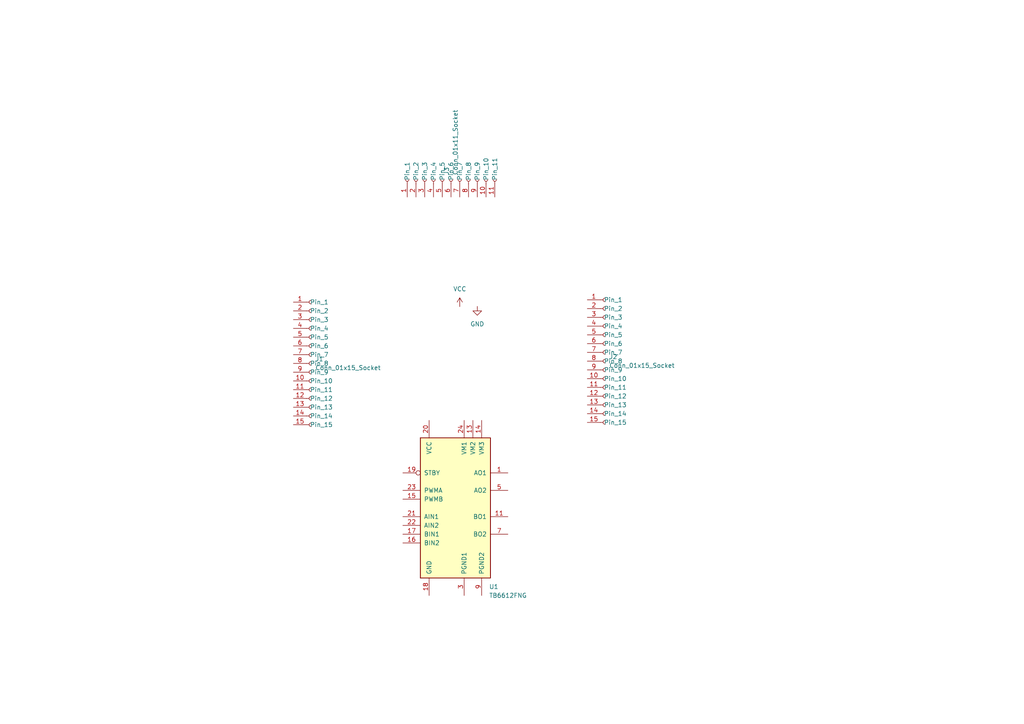
<source format=kicad_sch>
(kicad_sch (version 20250114) (generator "eeschema") (generator_version "9.0")
  (paper "A4")
  (lib_symbols
    (symbol "Conn_01x15_Socket_1" (pin_names (offset 1.016))
      (property "Reference" "J" (at 0 20.32 0))
      (property "Value" "Conn_01x15_Socket" (at 0 -20.32 0))
      (symbol "Conn_01x15_Socket_1_1_1"
        (polyline (pts (xy -1.27 17.78) (xy -0.508 17.78)) (stroke (width 0.1524)))
        (polyline (pts (xy -1.27 15.24) (xy -0.508 15.24)) (stroke (width 0.1524)))
        (polyline (pts (xy -1.27 12.7) (xy -0.508 12.7)) (stroke (width 0.1524)))
        (polyline (pts (xy -1.27 10.16) (xy -0.508 10.16)) (stroke (width 0.1524)))
        (polyline (pts (xy -1.27 7.62) (xy -0.508 7.62)) (stroke (width 0.1524)))
        (polyline (pts (xy -1.27 5.08) (xy -0.508 5.08)) (stroke (width 0.1524)))
        (polyline (pts (xy -1.27 2.54) (xy -0.508 2.54)) (stroke (width 0.1524)))
        (polyline (pts (xy -1.27 0) (xy -0.508 0)) (stroke (width 0.1524)))
        (polyline (pts (xy -1.27 -2.54) (xy -0.508 -2.54)) (stroke (width 0.1524)))
        (polyline (pts (xy -1.27 -5.08) (xy -0.508 -5.08)) (stroke (width 0.1524)))
        (polyline (pts (xy -1.27 -7.62) (xy -0.508 -7.62)) (stroke (width 0.1524)))
        (polyline (pts (xy -1.27 -10.16) (xy -0.508 -10.16)) (stroke (width 0.1524)))
        (polyline (pts (xy -1.27 -12.7) (xy -0.508 -12.7)) (stroke (width 0.1524)))
        (polyline (pts (xy -1.27 -15.24) (xy -0.508 -15.24)) (stroke (width 0.1524)))
        (polyline (pts (xy -1.27 -17.78) (xy -0.508 -17.78)) (stroke (width 0.1524)))
        (arc (start 0 17.272) (mid -0.5058 17.78) (end 0 18.288) (stroke (width 0.1524)))
        (arc (start 0 14.732) (mid -0.5058 15.24) (end 0 15.748) (stroke (width 0.1524)))
        (arc (start 0 12.192) (mid -0.5058 12.7) (end 0 13.208) (stroke (width 0.1524)))
        (arc (start 0 9.652) (mid -0.5058 10.16) (end 0 10.668) (stroke (width 0.1524)))
        (arc (start 0 7.112) (mid -0.5058 7.62) (end 0 8.128) (stroke (width 0.1524)))
        (arc (start 0 4.572) (mid -0.5058 5.08) (end 0 5.588) (stroke (width 0.1524)))
        (arc (start 0 2.032) (mid -0.5058 2.54) (end 0 3.048) (stroke (width 0.1524)))
        (arc (start 0 -0.508) (mid -0.5058 0) (end 0 0.508) (stroke (width 0.1524)))
        (arc (start 0 -3.048) (mid -0.5058 -2.54) (end 0 -2.032) (stroke (width 0.1524)))
        (arc (start 0 -5.588) (mid -0.5058 -5.08) (end 0 -4.572) (stroke (width 0.1524)))
        (arc (start 0 -8.128) (mid -0.5058 -7.62) (end 0 -7.112) (stroke (width 0.1524)))
        (arc (start 0 -10.668) (mid -0.5058 -10.16) (end 0 -9.652) (stroke (width 0.1524)))
        (arc (start 0 -13.208) (mid -0.5058 -12.7) (end 0 -12.192) (stroke (width 0.1524)))
        (arc (start 0 -15.748) (mid -0.5058 -15.24) (end 0 -14.732) (stroke (width 0.1524)))
        (arc (start 0 -18.288) (mid -0.5058 -17.78) (end 0 -17.272) (stroke (width 0.1524)))
        (pin passive line (at -5.08 17.78 0) (length 3.81) (name "Pin_1") (number "1"))
        (pin passive line (at -5.08 15.24 0) (length 3.81) (name "Pin_2") (number "2"))
        (pin passive line (at -5.08 12.7 0) (length 3.81) (name "Pin_3") (number "3"))
        (pin passive line (at -5.08 10.16 0) (length 3.81) (name "Pin_4") (number "4"))
        (pin passive line (at -5.08 7.62 0) (length 3.81) (name "Pin_5") (number "5"))
        (pin passive line (at -5.08 5.08 0) (length 3.81) (name "Pin_6") (number "6"))
        (pin passive line (at -5.08 2.54 0) (length 3.81) (name "Pin_7") (number "7"))
        (pin passive line (at -5.08 0 0) (length 3.81) (name "Pin_8") (number "8"))
        (pin passive line (at -5.08 -2.54 0) (length 3.81) (name "Pin_9") (number "9"))
        (pin passive line (at -5.08 -5.08 0) (length 3.81) (name "Pin_10") (number "10"))
        (pin passive line (at -5.08 -7.62 0) (length 3.81) (name "Pin_11") (number "11"))
        (pin passive line (at -5.08 -10.16 0) (length 3.81) (name "Pin_12") (number "12"))
        (pin passive line (at -5.08 -12.7 0) (length 3.81) (name "Pin_13") (number "13"))
        (pin passive line (at -5.08 -15.24 0) (length 3.81) (name "Pin_14") (number "14"))
        (pin passive line (at -5.08 -17.78 0) (length 3.81) (name "Pin_15") (number "15"))
      )
    )
    (symbol "Connector:Conn_01x11_Socket" (pin_names (offset 1.016))
      (property "Reference" "J" (at 0 15.24 0))
      (property "Value" "Conn_01x11_Socket" (at 0 -15.24 0))
      (symbol "Conn_01x11_Socket_1_1"
        (polyline (pts (xy -1.27 12.7) (xy -0.508 12.7)) (stroke (width 0.1524)))
        (polyline (pts (xy -1.27 10.16) (xy -0.508 10.16)) (stroke (width 0.1524)))
        (polyline (pts (xy -1.27 7.62) (xy -0.508 7.62)) (stroke (width 0.1524)))
        (polyline (pts (xy -1.27 5.08) (xy -0.508 5.08)) (stroke (width 0.1524)))
        (polyline (pts (xy -1.27 2.54) (xy -0.508 2.54)) (stroke (width 0.1524)))
        (polyline (pts (xy -1.27 0) (xy -0.508 0)) (stroke (width 0.1524)))
        (polyline (pts (xy -1.27 -2.54) (xy -0.508 -2.54)) (stroke (width 0.1524)))
        (polyline (pts (xy -1.27 -5.08) (xy -0.508 -5.08)) (stroke (width 0.1524)))
        (polyline (pts (xy -1.27 -7.62) (xy -0.508 -7.62)) (stroke (width 0.1524)))
        (polyline (pts (xy -1.27 -10.16) (xy -0.508 -10.16)) (stroke (width 0.1524)))
        (polyline (pts (xy -1.27 -12.7) (xy -0.508 -12.7)) (stroke (width 0.1524)))
        (arc (start 0 12.192) (mid -0.5058 12.7) (end 0 13.208) (stroke (width 0.1524)))
        (arc (start 0 9.652) (mid -0.5058 10.16) (end 0 10.668) (stroke (width 0.1524)))
        (arc (start 0 7.112) (mid -0.5058 7.62) (end 0 8.128) (stroke (width 0.1524)))
        (arc (start 0 4.572) (mid -0.5058 5.08) (end 0 5.588) (stroke (width 0.1524)))
        (arc (start 0 2.032) (mid -0.5058 2.54) (end 0 3.048) (stroke (width 0.1524)))
        (arc (start 0 -0.508) (mid -0.5058 0) (end 0 0.508) (stroke (width 0.1524)))
        (arc (start 0 -3.048) (mid -0.5058 -2.54) (end 0 -2.032) (stroke (width 0.1524)))
        (arc (start 0 -5.588) (mid -0.5058 -5.08) (end 0 -4.572) (stroke (width 0.1524)))
        (arc (start 0 -8.128) (mid -0.5058 -7.62) (end 0 -7.112) (stroke (width 0.1524)))
        (arc (start 0 -10.668) (mid -0.5058 -10.16) (end 0 -9.652) (stroke (width 0.1524)))
        (arc (start 0 -13.208) (mid -0.5058 -12.7) (end 0 -12.192) (stroke (width 0.1524)))
        (pin passive line (at -5.08 12.7 0) (length 3.81) (name "Pin_1") (number "1"))
        (pin passive line (at -5.08 10.16 0) (length 3.81) (name "Pin_2") (number "2"))
        (pin passive line (at -5.08 7.62 0) (length 3.81) (name "Pin_3") (number "3"))
        (pin passive line (at -5.08 5.08 0) (length 3.81) (name "Pin_4") (number "4"))
        (pin passive line (at -5.08 2.54 0) (length 3.81) (name "Pin_5") (number "5"))
        (pin passive line (at -5.08 0 0) (length 3.81) (name "Pin_6") (number "6"))
        (pin passive line (at -5.08 -2.54 0) (length 3.81) (name "Pin_7") (number "7"))
        (pin passive line (at -5.08 -5.08 0) (length 3.81) (name "Pin_8") (number "8"))
        (pin passive line (at -5.08 -7.62 0) (length 3.81) (name "Pin_9") (number "9"))
        (pin passive line (at -5.08 -10.16 0) (length 3.81) (name "Pin_10") (number "10"))
        (pin passive line (at -5.08 -12.7 0) (length 3.81) (name "Pin_11") (number "11"))
      )
    )
    (symbol "Connector:Conn_01x15_Socket" (pin_names (offset 1.016))
      (property "Reference" "J" (at 0 20.32 0))
      (property "Value" "Conn_01x15_Socket" (at 0 -20.32 0))
      (symbol "Conn_01x15_Socket_1_1"
        (polyline (pts (xy -1.27 17.78) (xy -0.508 17.78)) (stroke (width 0.1524)))
        (polyline (pts (xy -1.27 15.24) (xy -0.508 15.24)) (stroke (width 0.1524)))
        (polyline (pts (xy -1.27 12.7) (xy -0.508 12.7)) (stroke (width 0.1524)))
        (polyline (pts (xy -1.27 10.16) (xy -0.508 10.16)) (stroke (width 0.1524)))
        (polyline (pts (xy -1.27 7.62) (xy -0.508 7.62)) (stroke (width 0.1524)))
        (polyline (pts (xy -1.27 5.08) (xy -0.508 5.08)) (stroke (width 0.1524)))
        (polyline (pts (xy -1.27 2.54) (xy -0.508 2.54)) (stroke (width 0.1524)))
        (polyline (pts (xy -1.27 0) (xy -0.508 0)) (stroke (width 0.1524)))
        (polyline (pts (xy -1.27 -2.54) (xy -0.508 -2.54)) (stroke (width 0.1524)))
        (polyline (pts (xy -1.27 -5.08) (xy -0.508 -5.08)) (stroke (width 0.1524)))
        (polyline (pts (xy -1.27 -7.62) (xy -0.508 -7.62)) (stroke (width 0.1524)))
        (polyline (pts (xy -1.27 -10.16) (xy -0.508 -10.16)) (stroke (width 0.1524)))
        (polyline (pts (xy -1.27 -12.7) (xy -0.508 -12.7)) (stroke (width 0.1524)))
        (polyline (pts (xy -1.27 -15.24) (xy -0.508 -15.24)) (stroke (width 0.1524)))
        (polyline (pts (xy -1.27 -17.78) (xy -0.508 -17.78)) (stroke (width 0.1524)))
        (arc (start 0 17.272) (mid -0.5058 17.78) (end 0 18.288) (stroke (width 0.1524)))
        (arc (start 0 14.732) (mid -0.5058 15.24) (end 0 15.748) (stroke (width 0.1524)))
        (arc (start 0 12.192) (mid -0.5058 12.7) (end 0 13.208) (stroke (width 0.1524)))
        (arc (start 0 9.652) (mid -0.5058 10.16) (end 0 10.668) (stroke (width 0.1524)))
        (arc (start 0 7.112) (mid -0.5058 7.62) (end 0 8.128) (stroke (width 0.1524)))
        (arc (start 0 4.572) (mid -0.5058 5.08) (end 0 5.588) (stroke (width 0.1524)))
        (arc (start 0 2.032) (mid -0.5058 2.54) (end 0 3.048) (stroke (width 0.1524)))
        (arc (start 0 -0.508) (mid -0.5058 0) (end 0 0.508) (stroke (width 0.1524)))
        (arc (start 0 -3.048) (mid -0.5058 -2.54) (end 0 -2.032) (stroke (width 0.1524)))
        (arc (start 0 -5.588) (mid -0.5058 -5.08) (end 0 -4.572) (stroke (width 0.1524)))
        (arc (start 0 -8.128) (mid -0.5058 -7.62) (end 0 -7.112) (stroke (width 0.1524)))
        (arc (start 0 -10.668) (mid -0.5058 -10.16) (end 0 -9.652) (stroke (width 0.1524)))
        (arc (start 0 -13.208) (mid -0.5058 -12.7) (end 0 -12.192) (stroke (width 0.1524)))
        (arc (start 0 -15.748) (mid -0.5058 -15.24) (end 0 -14.732) (stroke (width 0.1524)))
        (arc (start 0 -18.288) (mid -0.5058 -17.78) (end 0 -17.272) (stroke (width 0.1524)))
        (pin passive line (at -5.08 17.78 0) (length 3.81) (name "Pin_1") (number "1"))
        (pin passive line (at -5.08 15.24 0) (length 3.81) (name "Pin_2") (number "2"))
        (pin passive line (at -5.08 12.7 0) (length 3.81) (name "Pin_3") (number "3"))
        (pin passive line (at -5.08 10.16 0) (length 3.81) (name "Pin_4") (number "4"))
        (pin passive line (at -5.08 7.62 0) (length 3.81) (name "Pin_5") (number "5"))
        (pin passive line (at -5.08 5.08 0) (length 3.81) (name "Pin_6") (number "6"))
        (pin passive line (at -5.08 2.54 0) (length 3.81) (name "Pin_7") (number "7"))
        (pin passive line (at -5.08 0 0) (length 3.81) (name "Pin_8") (number "8"))
        (pin passive line (at -5.08 -2.54 0) (length 3.81) (name "Pin_9") (number "9"))
        (pin passive line (at -5.08 -5.08 0) (length 3.81) (name "Pin_10") (number "10"))
        (pin passive line (at -5.08 -7.62 0) (length 3.81) (name "Pin_11") (number "11"))
        (pin passive line (at -5.08 -10.16 0) (length 3.81) (name "Pin_12") (number "12"))
        (pin passive line (at -5.08 -12.7 0) (length 3.81) (name "Pin_13") (number "13"))
        (pin passive line (at -5.08 -15.24 0) (length 3.81) (name "Pin_14") (number "14"))
        (pin passive line (at -5.08 -17.78 0) (length 3.81) (name "Pin_15") (number "15"))
      )
    )
    (symbol "Driver_Motor:TB6612FNG" (pin_names (offset 1.016))
      (property "Reference" "U" (at 11.43 17.78 0))
      (property "Value" "TB6612FNG" (at 11.43 15.24 0))
      (symbol "TB6612FNG_0_1"
        (rectangle (start -10.16 20.32) (end 10.16 -20.32) (stroke (width 0.254)) (fill (type background)))
      )
      (symbol "TB6612FNG_1_1"
        (pin input inverted (at -15.24 10.16 0) (length 5.08) (name "STBY") (number "19"))
        (pin input line (at -15.24 5.08 0) (length 5.08) (name "PWMA") (number "23"))
        (pin input line (at -15.24 2.54 0) (length 5.08) (name "PWMB") (number "15"))
        (pin input line (at -15.24 -2.54 0) (length 5.08) (name "AIN1") (number "21"))
        (pin input line (at -15.24 -5.08 0) (length 5.08) (name "AIN2") (number "22"))
        (pin input line (at -15.24 -7.62 0) (length 5.08) (name "BIN1") (number "17"))
        (pin input line (at -15.24 -10.16 0) (length 5.08) (name "BIN2") (number "16"))
        (pin power_in line (at -7.62 25.4 270) (length 5.08) (name "VCC") (number "20"))
        (pin power_in line (at -7.62 -25.4 90) (length 5.08) (name "GND") (number "18"))
        (pin power_in line (at 2.54 25.4 270) (length 5.08) (name "VM1") (number "24"))
        (pin power_in line (at 2.54 -25.4 90) (length 5.08) (name "PGND1") (number "3"))
        (pin passive line (at 2.54 -25.4 90) (length 5.08) (hide yes) (name "PGND1") (number "4"))
        (pin power_in line (at 5.08 25.4 270) (length 5.08) (name "VM2") (number "13"))
        (pin power_in line (at 7.62 25.4 270) (length 5.08) (name "VM3") (number "14"))
        (pin passive line (at 7.62 -25.4 90) (length 5.08) (hide yes) (name "PGND2") (number "10"))
        (pin power_in line (at 7.62 -25.4 90) (length 5.08) (name "PGND2") (number "9"))
        (pin output line (at 15.24 10.16 180) (length 5.08) (name "AO1") (number "1"))
        (pin passive line (at 15.24 10.16 180) (length 5.08) (hide yes) (name "AO1") (number "2"))
        (pin output line (at 15.24 5.08 180) (length 5.08) (name "AO2") (number "5"))
        (pin passive line (at 15.24 5.08 180) (length 5.08) (hide yes) (name "AO2") (number "6"))
        (pin output line (at 15.24 -2.54 180) (length 5.08) (name "BO1") (number "11"))
        (pin passive line (at 15.24 -2.54 180) (length 5.08) (hide yes) (name "BO1") (number "12"))
        (pin output line (at 15.24 -7.62 180) (length 5.08) (name "BO2") (number "7"))
        (pin passive line (at 15.24 -7.62 180) (length 5.08) (hide yes) (name "BO2") (number "8"))
      )
    )
    (symbol "power:GND" (power) (pin_numbers (hide yes)) (pin_names (offset 0) (hide yes))
      (property "Value" "GND" (at 0 -3.81 0))
      (symbol "GND_0_1"
        (polyline (pts (xy 0 0) (xy 0 -1.27) (xy 1.27 -1.27) (xy 0 -2.54) (xy -1.27 -1.27) (xy 0 -1.27)))
      )
      (symbol "GND_1_1"
        (pin power_in line (at 0 0 270) (length 0) (name "~") (number "1"))
      )
    )
    (symbol "power:VCC" (power) (pin_numbers (hide yes)) (pin_names (offset 0) (hide yes))
      (property "Value" "VCC" (at 0 3.556 0))
      (symbol "VCC_0_1"
        (polyline (pts (xy -0.762 1.27) (xy 0 2.54)))
        (polyline (pts (xy 0 2.54) (xy 0.762 1.27)))
        (polyline (pts (xy 0 0) (xy 0 2.54)))
      )
      (symbol "VCC_1_1"
        (pin power_in line (at 0 0 90) (length 0) (name "~") (number "1"))
      )
    )
  )
  (symbol (lib_id "power:VCC") (at 133.35 88.9 0) (unit 1)
    (property "Reference" "#PWR01" (effects (hide yes)))
    (property "Value" "VCC" (at 133.35 83.82 0))
    (property "Description" "Power symbol creates a global label with name \"VCC\"" (effects (hide yes)))
  )
  (symbol (lib_id "Connector:Conn_01x11_Socket") (at 130.81 52.07 90) (unit 1)
    (property "Reference" "J3" (at 129.5399 50.8 0) (effects (justify left)))
    (property "Value" "Conn_01x11_Socket" (at 132.0799 50.8 0) (effects (justify left)))
    (property "Description" "Generic connector, single row, 01x11, script generated" (effects (hide yes)))
  )
  (symbol (lib_name "Conn_01x15_Socket_1") (lib_id "Connector:Conn_01x15_Socket") (at 90.17 105.41 0) (unit 1)
    (property "Reference" "J1" (at 91.44 104.1399 0) (effects (justify left)))
    (property "Value" "Conn_01x15_Socket" (at 91.44 106.6799 0) (effects (justify left)))
    (property "Description" "Generic connector, single row, 01x15, script generated" (effects (hide yes)))
  )
  (symbol (lib_id "power:GND") (at 138.43 88.9 0) (unit 1)
    (property "Reference" "#PWR02" (effects (hide yes)))
    (property "Value" "GND" (at 138.43 93.98 0))
    (property "Description" "Power symbol creates a global label with name \"GND\" , ground" (effects (hide yes)))
  )
  (symbol (lib_id "Driver_Motor:TB6612FNG") (at 132.08 147.32 0) (unit 1)
    (property "Reference" "U1" (at 141.8433 170.18 0) (effects (justify left)))
    (property "Value" "TB6612FNG" (at 141.8433 172.72 0) (effects (justify left)))
    (property "Footprint" "Package_SO:SSOP-24_5.3x8.2mm_P0.65mm" (effects (hide yes)))
    (property "Datasheet" "https://toshiba.semicon-storage.com/us/product/linear/motordriver/detail.TB6612FNG.html" (effects (hide yes)))
    (property "Description" "Driver IC for Dual DC motor, SSOP-24" (effects (hide yes)))
  )
  (symbol (lib_id "Connector:Conn_01x15_Socket") (at 175.4175 104.7472 0) (unit 1)
    (property "Reference" "J2" (at 176.6875 103.4771 0) (effects (justify left)))
    (property "Value" "Conn_01x15_Socket" (at 176.6875 106.0171 0) (effects (justify left)))
    (property "Description" "Generic connector, single row, 01x15, script generated" (effects (hide yes)))
  )
)
</source>
